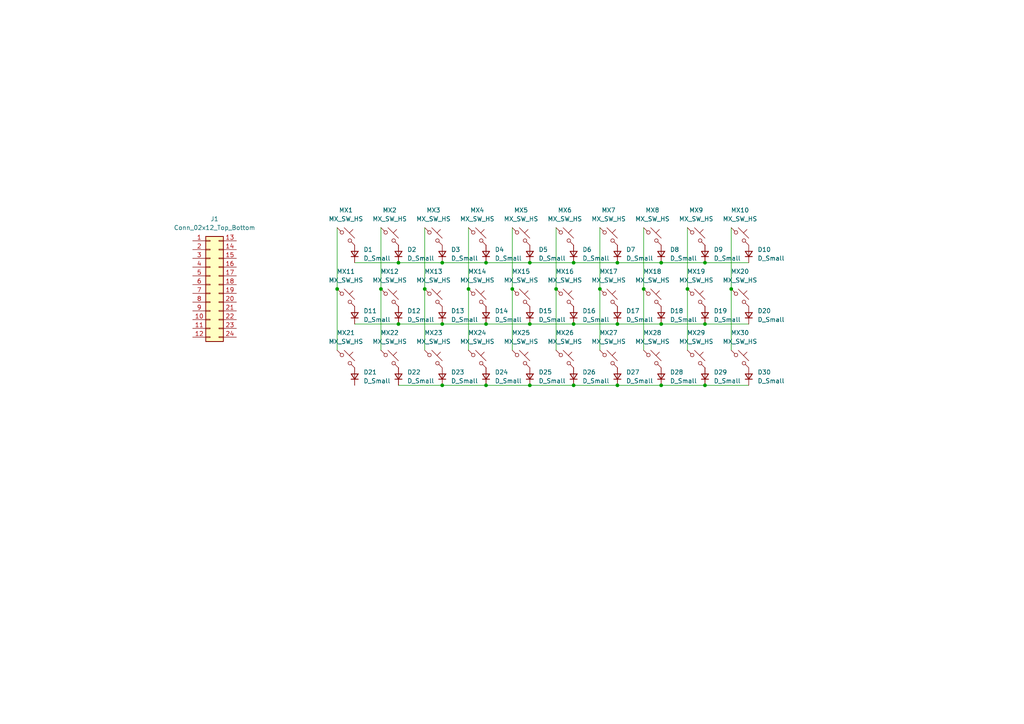
<source format=kicad_sch>
(kicad_sch (version 20250114) (generator "eeschema") (generator_version "9.0")
  (paper "A4")
  (lib_symbols
    (symbol "Connector_Generic:Conn_02x12_Top_Bottom" (pin_names (offset 1.016) (hide yes))
      (property "Reference" "J" (at 1.27 15.24 0))
      (property "Value" "Conn_02x12_Top_Bottom" (at 1.27 -17.78 0))
      (symbol "Conn_02x12_Top_Bottom_1_1"
        (rectangle (start -1.27 13.97) (end 3.81 -16.51) (stroke (width 0.254)) (fill (type background)))
        (rectangle (start -1.27 12.827) (end 0 12.573) (stroke (width 0.1524)))
        (rectangle (start -1.27 10.287) (end 0 10.033) (stroke (width 0.1524)))
        (rectangle (start -1.27 7.747) (end 0 7.493) (stroke (width 0.1524)))
        (rectangle (start -1.27 5.207) (end 0 4.953) (stroke (width 0.1524)))
        (rectangle (start -1.27 2.667) (end 0 2.413) (stroke (width 0.1524)))
        (rectangle (start -1.27 0.127) (end 0 -0.127) (stroke (width 0.1524)))
        (rectangle (start -1.27 -2.413) (end 0 -2.667) (stroke (width 0.1524)))
        (rectangle (start -1.27 -4.953) (end 0 -5.207) (stroke (width 0.1524)))
        (rectangle (start -1.27 -7.493) (end 0 -7.747) (stroke (width 0.1524)))
        (rectangle (start -1.27 -10.033) (end 0 -10.287) (stroke (width 0.1524)))
        (rectangle (start -1.27 -12.573) (end 0 -12.827) (stroke (width 0.1524)))
        (rectangle (start -1.27 -15.113) (end 0 -15.367) (stroke (width 0.1524)))
        (rectangle (start 3.81 12.827) (end 2.54 12.573) (stroke (width 0.1524)))
        (rectangle (start 3.81 10.287) (end 2.54 10.033) (stroke (width 0.1524)))
        (rectangle (start 3.81 7.747) (end 2.54 7.493) (stroke (width 0.1524)))
        (rectangle (start 3.81 5.207) (end 2.54 4.953) (stroke (width 0.1524)))
        (rectangle (start 3.81 2.667) (end 2.54 2.413) (stroke (width 0.1524)))
        (rectangle (start 3.81 0.127) (end 2.54 -0.127) (stroke (width 0.1524)))
        (rectangle (start 3.81 -2.413) (end 2.54 -2.667) (stroke (width 0.1524)))
        (rectangle (start 3.81 -4.953) (end 2.54 -5.207) (stroke (width 0.1524)))
        (rectangle (start 3.81 -7.493) (end 2.54 -7.747) (stroke (width 0.1524)))
        (rectangle (start 3.81 -10.033) (end 2.54 -10.287) (stroke (width 0.1524)))
        (rectangle (start 3.81 -12.573) (end 2.54 -12.827) (stroke (width 0.1524)))
        (rectangle (start 3.81 -15.113) (end 2.54 -15.367) (stroke (width 0.1524)))
        (pin passive line (at -5.08 12.7 0) (length 3.81) (name "Pin_1") (number "1"))
        (pin passive line (at -5.08 10.16 0) (length 3.81) (name "Pin_2") (number "2"))
        (pin passive line (at -5.08 7.62 0) (length 3.81) (name "Pin_3") (number "3"))
        (pin passive line (at -5.08 5.08 0) (length 3.81) (name "Pin_4") (number "4"))
        (pin passive line (at -5.08 2.54 0) (length 3.81) (name "Pin_5") (number "5"))
        (pin passive line (at -5.08 0 0) (length 3.81) (name "Pin_6") (number "6"))
        (pin passive line (at -5.08 -2.54 0) (length 3.81) (name "Pin_7") (number "7"))
        (pin passive line (at -5.08 -5.08 0) (length 3.81) (name "Pin_8") (number "8"))
        (pin passive line (at -5.08 -7.62 0) (length 3.81) (name "Pin_9") (number "9"))
        (pin passive line (at -5.08 -10.16 0) (length 3.81) (name "Pin_10") (number "10"))
        (pin passive line (at -5.08 -12.7 0) (length 3.81) (name "Pin_11") (number "11"))
        (pin passive line (at -5.08 -15.24 0) (length 3.81) (name "Pin_12") (number "12"))
        (pin passive line (at 7.62 12.7 180) (length 3.81) (name "Pin_13") (number "13"))
        (pin passive line (at 7.62 10.16 180) (length 3.81) (name "Pin_14") (number "14"))
        (pin passive line (at 7.62 7.62 180) (length 3.81) (name "Pin_15") (number "15"))
        (pin passive line (at 7.62 5.08 180) (length 3.81) (name "Pin_16") (number "16"))
        (pin passive line (at 7.62 2.54 180) (length 3.81) (name "Pin_17") (number "17"))
        (pin passive line (at 7.62 0 180) (length 3.81) (name "Pin_18") (number "18"))
        (pin passive line (at 7.62 -2.54 180) (length 3.81) (name "Pin_19") (number "19"))
        (pin passive line (at 7.62 -5.08 180) (length 3.81) (name "Pin_20") (number "20"))
        (pin passive line (at 7.62 -7.62 180) (length 3.81) (name "Pin_21") (number "21"))
        (pin passive line (at 7.62 -10.16 180) (length 3.81) (name "Pin_22") (number "22"))
        (pin passive line (at 7.62 -12.7 180) (length 3.81) (name "Pin_23") (number "23"))
        (pin passive line (at 7.62 -15.24 180) (length 3.81) (name "Pin_24") (number "24"))
      )
    )
    (symbol "Device:D_Small" (pin_numbers (hide yes)) (pin_names (offset 0.254) (hide yes))
      (property "Reference" "D" (at -1.27 2.032 0))
      (property "Value" "D_Small" (at -3.81 -2.032 0))
      (symbol "D_Small_0_1"
        (polyline (pts (xy -0.762 0) (xy 0.762 0)))
        (polyline (pts (xy -0.762 -1.016) (xy -0.762 1.016)) (stroke (width 0.254)))
        (polyline (pts (xy 0.762 -1.016) (xy -0.762 0) (xy 0.762 1.016) (xy 0.762 -1.016)) (stroke (width 0.254)))
      )
      (symbol "D_Small_1_1"
        (pin passive line (at -2.54 0 0) (length 1.778) (name "K") (number "1"))
        (pin passive line (at 2.54 0 180) (length 1.778) (name "A") (number "2"))
      )
    )
    (symbol "PCM_marbastlib-mx:MX_SW_HS_CPG151101S11" (pin_numbers (hide yes)) (pin_names (offset 1.016) (hide yes))
      (property "Reference" "MX" (at 3.048 1.016 0))
      (property "Value" "MX_SW_HS" (at 0 -3.81 0))
      (symbol "MX_SW_HS_CPG151101S11_0_1"
        (polyline (pts (xy -2.54 2.54) (xy -1.524 1.524) (xy -1.524 1.524)))
        (circle (center -1.1684 1.1684) (radius 0.508))
        (polyline (pts (xy -0.508 2.54) (xy 2.54 -0.508)))
        (polyline (pts (xy 1.016 1.016) (xy 2.032 2.032)))
        (circle (center 1.143 -1.1938) (radius 0.508))
        (polyline (pts (xy 1.524 -1.524) (xy 2.54 -2.54) (xy 2.54 -2.54) (xy 2.54 -2.54)))
        (pin passive line (at -2.54 2.54 0) (length 0) (name "1") (number "1"))
        (pin passive line (at 2.54 -2.54 180) (length 0) (name "2") (number "2"))
      )
    )
  )
  (junction (at 179.07 76.2))
  (junction (at 204.47 111.76))
  (junction (at 140.97 93.98))
  (junction (at 128.27 111.76))
  (junction (at 153.67 76.2))
  (junction (at 186.69 83.82))
  (junction (at 110.49 83.82))
  (junction (at 166.37 93.98))
  (junction (at 153.67 111.76))
  (junction (at 115.57 93.98))
  (junction (at 191.77 111.76))
  (junction (at 140.97 76.2))
  (junction (at 204.47 93.98))
  (junction (at 179.07 93.98))
  (junction (at 153.67 93.98))
  (junction (at 166.37 111.76))
  (junction (at 115.57 76.2))
  (junction (at 212.09 83.82))
  (junction (at 128.27 93.98))
  (junction (at 97.79 83.82))
  (junction (at 128.27 76.2))
  (junction (at 191.77 76.2))
  (junction (at 161.29 83.82))
  (junction (at 173.99 83.82))
  (junction (at 123.19 83.82))
  (junction (at 166.37 76.2))
  (junction (at 191.77 93.98))
  (junction (at 199.39 83.82))
  (junction (at 148.59 83.82))
  (junction (at 135.89 83.82))
  (junction (at 204.47 76.2))
  (junction (at 179.07 111.76))
  (junction (at 140.97 111.76))
  (wire (pts (xy 166.37 76.2) (xy 179.07 76.2)))
  (wire (pts (xy 191.77 76.2) (xy 204.47 76.2)))
  (wire (pts (xy 204.47 93.98) (xy 217.17 93.98)))
  (wire (pts (xy 191.77 111.76) (xy 204.47 111.76)))
  (wire (pts (xy 123.19 66.04) (xy 123.19 83.82)))
  (wire (pts (xy 97.79 83.82) (xy 97.79 101.6)))
  (wire (pts (xy 115.57 76.2) (xy 128.27 76.2)))
  (wire (pts (xy 140.97 111.76) (xy 153.67 111.76)))
  (wire (pts (xy 102.87 93.98) (xy 115.57 93.98)))
  (wire (pts (xy 128.27 76.2) (xy 140.97 76.2)))
  (wire (pts (xy 110.49 66.04) (xy 110.49 83.82)))
  (wire (pts (xy 199.39 66.04) (xy 199.39 83.82)))
  (wire (pts (xy 110.49 83.82) (xy 110.49 101.6)))
  (wire (pts (xy 128.27 93.98) (xy 140.97 93.98)))
  (wire (pts (xy 212.09 66.04) (xy 212.09 83.82)))
  (wire (pts (xy 173.99 66.04) (xy 173.99 83.82)))
  (wire (pts (xy 191.77 93.98) (xy 204.47 93.98)))
  (wire (pts (xy 135.89 66.04) (xy 135.89 83.82)))
  (wire (pts (xy 140.97 76.2) (xy 153.67 76.2)))
  (wire (pts (xy 123.19 83.82) (xy 123.19 101.6)))
  (wire (pts (xy 204.47 111.76) (xy 217.17 111.76)))
  (wire (pts (xy 153.67 93.98) (xy 166.37 93.98)))
  (wire (pts (xy 179.07 111.76) (xy 191.77 111.76)))
  (wire (pts (xy 179.07 93.98) (xy 191.77 93.98)))
  (wire (pts (xy 102.87 76.2) (xy 115.57 76.2)))
  (wire (pts (xy 166.37 111.76) (xy 179.07 111.76)))
  (wire (pts (xy 153.67 111.76) (xy 166.37 111.76)))
  (wire (pts (xy 97.79 66.04) (xy 97.79 83.82)))
  (wire (pts (xy 148.59 83.82) (xy 148.59 101.6)))
  (wire (pts (xy 179.07 76.2) (xy 191.77 76.2)))
  (wire (pts (xy 199.39 83.82) (xy 199.39 101.6)))
  (wire (pts (xy 161.29 83.82) (xy 161.29 101.6)))
  (wire (pts (xy 115.57 93.98) (xy 128.27 93.98)))
  (wire (pts (xy 148.59 66.04) (xy 148.59 83.82)))
  (wire (pts (xy 153.67 76.2) (xy 166.37 76.2)))
  (wire (pts (xy 204.47 76.2) (xy 217.17 76.2)))
  (wire (pts (xy 161.29 66.04) (xy 161.29 83.82)))
  (wire (pts (xy 186.69 83.82) (xy 186.69 101.6)))
  (wire (pts (xy 166.37 93.98) (xy 179.07 93.98)))
  (wire (pts (xy 186.69 66.04) (xy 186.69 83.82)))
  (wire (pts (xy 128.27 111.76) (xy 140.97 111.76)))
  (wire (pts (xy 140.97 93.98) (xy 153.67 93.98)))
  (wire (pts (xy 212.09 83.82) (xy 212.09 101.6)))
  (wire (pts (xy 173.99 83.82) (xy 173.99 101.6)))
  (wire (pts (xy 115.57 111.76) (xy 128.27 111.76)))
  (wire (pts (xy 135.89 83.82) (xy 135.89 101.6)))
  (symbol (lib_id "PCM_marbastlib-mx:MX_SW_HS_CPG151101S11") (at 214.63 68.58 0) (unit 1)
    (property "Reference" "MX10" (at 214.63 60.96 0))
    (property "Value" "MX_SW_HS" (at 214.63 63.5 0))
    (property "Footprint" "PCM_marbastlib-mx:SW_MX_HS_CPG151101S11_1u" (effects (hide yes)))
    (property "Description" "Push button switch, normally open, two pins, 45° tilted, Kailh CPG151101S11 for Cherry MX style switches" (effects (hide yes)))
  )
  (symbol (lib_id "Device:D_Small") (at 102.87 109.22 90) (unit 1)
    (property "Reference" "D21" (at 105.41 107.9499 90) (effects (justify right)))
    (property "Value" "D_Small" (at 105.41 110.4899 90) (effects (justify right)))
    (property "Footprint" "Diode_SMD:D_SOD-123" (effects (hide yes)))
    (property "Description" "Diode, small symbol" (effects (hide yes)))
    (property "Sim.Device" "D" (effects (hide yes)))
    (property "Sim.Pins" "1=K 2=A" (effects (hide yes)))
  )
  (symbol (lib_id "PCM_marbastlib-mx:MX_SW_HS_CPG151101S11") (at 125.73 68.58 0) (unit 1)
    (property "Reference" "MX3" (at 125.73 60.96 0))
    (property "Value" "MX_SW_HS" (at 125.73 63.5 0))
    (property "Footprint" "PCM_marbastlib-mx:SW_MX_HS_CPG151101S11_1u" (effects (hide yes)))
    (property "Description" "Push button switch, normally open, two pins, 45° tilted, Kailh CPG151101S11 for Cherry MX style switches" (effects (hide yes)))
  )
  (symbol (lib_id "PCM_marbastlib-mx:MX_SW_HS_CPG151101S11") (at 138.43 104.14 0) (unit 1)
    (property "Reference" "MX24" (at 138.43 96.52 0))
    (property "Value" "MX_SW_HS" (at 138.43 99.06 0))
    (property "Footprint" "PCM_marbastlib-mx:SW_MX_HS_CPG151101S11_1u" (effects (hide yes)))
    (property "Description" "Push button switch, normally open, two pins, 45° tilted, Kailh CPG151101S11 for Cherry MX style switches" (effects (hide yes)))
  )
  (symbol (lib_id "Connector_Generic:Conn_02x12_Top_Bottom") (at 60.96 82.55 0) (unit 1)
    (property "Reference" "J1" (at 62.23 63.5 0))
    (property "Value" "Conn_02x12_Top_Bottom" (at 62.23 66.04 0))
    (property "Footprint" "PCM_marbastlib-xp-promicroish:Elite-C_CH" (effects (hide yes)))
    (property "Description" "Generic connector, double row, 02x12, top/bottom pin numbering scheme (row 1: 1...pins_per_row, row2: pins_per_row+1 ... num_pins), script generated (kicad-library-utils/schlib/autogen/connector/)" (effects (hide yes)))
  )
  (symbol (lib_id "Device:D_Small") (at 128.27 91.44 90) (unit 1)
    (property "Reference" "D13" (at 130.81 90.1699 90) (effects (justify right)))
    (property "Value" "D_Small" (at 130.81 92.7099 90) (effects (justify right)))
    (property "Footprint" "Diode_SMD:D_SOD-123" (effects (hide yes)))
    (property "Description" "Diode, small symbol" (effects (hide yes)))
    (property "Sim.Device" "D" (effects (hide yes)))
    (property "Sim.Pins" "1=K 2=A" (effects (hide yes)))
  )
  (symbol (lib_id "PCM_marbastlib-mx:MX_SW_HS_CPG151101S11") (at 151.13 104.14 0) (unit 1)
    (property "Reference" "MX25" (at 151.13 96.52 0))
    (property "Value" "MX_SW_HS" (at 151.13 99.06 0))
    (property "Footprint" "PCM_marbastlib-mx:SW_MX_HS_CPG151101S11_1u" (effects (hide yes)))
    (property "Description" "Push button switch, normally open, two pins, 45° tilted, Kailh CPG151101S11 for Cherry MX style switches" (effects (hide yes)))
  )
  (symbol (lib_id "Device:D_Small") (at 128.27 73.66 90) (unit 1)
    (property "Reference" "D3" (at 130.81 72.3899 90) (effects (justify right)))
    (property "Value" "D_Small" (at 130.81 74.9299 90) (effects (justify right)))
    (property "Footprint" "Diode_SMD:D_SOD-123" (effects (hide yes)))
    (property "Description" "Diode, small symbol" (effects (hide yes)))
    (property "Sim.Device" "D" (effects (hide yes)))
    (property "Sim.Pins" "1=K 2=A" (effects (hide yes)))
  )
  (symbol (lib_id "PCM_marbastlib-mx:MX_SW_HS_CPG151101S11") (at 176.53 86.36 0) (unit 1)
    (property "Reference" "MX17" (at 176.53 78.74 0))
    (property "Value" "MX_SW_HS" (at 176.53 81.28 0))
    (property "Footprint" "PCM_marbastlib-mx:SW_MX_HS_CPG151101S11_1u" (effects (hide yes)))
    (property "Description" "Push button switch, normally open, two pins, 45° tilted, Kailh CPG151101S11 for Cherry MX style switches" (effects (hide yes)))
  )
  (symbol (lib_id "Device:D_Small") (at 140.97 73.66 90) (unit 1)
    (property "Reference" "D4" (at 143.51 72.3899 90) (effects (justify right)))
    (property "Value" "D_Small" (at 143.51 74.9299 90) (effects (justify right)))
    (property "Footprint" "Diode_SMD:D_SOD-123" (effects (hide yes)))
    (property "Description" "Diode, small symbol" (effects (hide yes)))
    (property "Sim.Device" "D" (effects (hide yes)))
    (property "Sim.Pins" "1=K 2=A" (effects (hide yes)))
  )
  (symbol (lib_id "Device:D_Small") (at 191.77 109.22 90) (unit 1)
    (property "Reference" "D28" (at 194.31 107.9499 90) (effects (justify right)))
    (property "Value" "D_Small" (at 194.31 110.4899 90) (effects (justify right)))
    (property "Footprint" "Diode_SMD:D_SOD-123" (effects (hide yes)))
    (property "Description" "Diode, small symbol" (effects (hide yes)))
    (property "Sim.Device" "D" (effects (hide yes)))
    (property "Sim.Pins" "1=K 2=A" (effects (hide yes)))
  )
  (symbol (lib_id "Device:D_Small") (at 102.87 73.66 90) (unit 1)
    (property "Reference" "D1" (at 105.41 72.3899 90) (effects (justify right)))
    (property "Value" "D_Small" (at 105.41 74.9299 90) (effects (justify right)))
    (property "Footprint" "Diode_SMD:D_SOD-123" (effects (hide yes)))
    (property "Description" "Diode, small symbol" (effects (hide yes)))
    (property "Sim.Device" "D" (effects (hide yes)))
    (property "Sim.Pins" "1=K 2=A" (effects (hide yes)))
  )
  (symbol (lib_id "PCM_marbastlib-mx:MX_SW_HS_CPG151101S11") (at 201.93 86.36 0) (unit 1)
    (property "Reference" "MX19" (at 201.93 78.74 0))
    (property "Value" "MX_SW_HS" (at 201.93 81.28 0))
    (property "Footprint" "PCM_marbastlib-mx:SW_MX_HS_CPG151101S11_1u" (effects (hide yes)))
    (property "Description" "Push button switch, normally open, two pins, 45° tilted, Kailh CPG151101S11 for Cherry MX style switches" (effects (hide yes)))
  )
  (symbol (lib_id "Device:D_Small") (at 204.47 73.66 90) (unit 1)
    (property "Reference" "D9" (at 207.01 72.3899 90) (effects (justify right)))
    (property "Value" "D_Small" (at 207.01 74.9299 90) (effects (justify right)))
    (property "Footprint" "Diode_SMD:D_SOD-123" (effects (hide yes)))
    (property "Description" "Diode, small symbol" (effects (hide yes)))
    (property "Sim.Device" "D" (effects (hide yes)))
    (property "Sim.Pins" "1=K 2=A" (effects (hide yes)))
  )
  (symbol (lib_id "Device:D_Small") (at 115.57 109.22 90) (unit 1)
    (property "Reference" "D22" (at 118.11 107.9499 90) (effects (justify right)))
    (property "Value" "D_Small" (at 118.11 110.4899 90) (effects (justify right)))
    (property "Footprint" "Diode_SMD:D_SOD-123" (effects (hide yes)))
    (property "Description" "Diode, small symbol" (effects (hide yes)))
    (property "Sim.Device" "D" (effects (hide yes)))
    (property "Sim.Pins" "1=K 2=A" (effects (hide yes)))
  )
  (symbol (lib_id "Device:D_Small") (at 179.07 109.22 90) (unit 1)
    (property "Reference" "D27" (at 181.61 107.9499 90) (effects (justify right)))
    (property "Value" "D_Small" (at 181.61 110.4899 90) (effects (justify right)))
    (property "Footprint" "Diode_SMD:D_SOD-123" (effects (hide yes)))
    (property "Description" "Diode, small symbol" (effects (hide yes)))
    (property "Sim.Device" "D" (effects (hide yes)))
    (property "Sim.Pins" "1=K 2=A" (effects (hide yes)))
  )
  (symbol (lib_id "Device:D_Small") (at 204.47 109.22 90) (unit 1)
    (property "Reference" "D29" (at 207.01 107.9499 90) (effects (justify right)))
    (property "Value" "D_Small" (at 207.01 110.4899 90) (effects (justify right)))
    (property "Footprint" "Diode_SMD:D_SOD-123" (effects (hide yes)))
    (property "Description" "Diode, small symbol" (effects (hide yes)))
    (property "Sim.Device" "D" (effects (hide yes)))
    (property "Sim.Pins" "1=K 2=A" (effects (hide yes)))
  )
  (symbol (lib_id "PCM_marbastlib-mx:MX_SW_HS_CPG151101S11") (at 176.53 68.58 0) (unit 1)
    (property "Reference" "MX7" (at 176.53 60.96 0))
    (property "Value" "MX_SW_HS" (at 176.53 63.5 0))
    (property "Footprint" "PCM_marbastlib-mx:SW_MX_HS_CPG151101S11_1u" (effects (hide yes)))
    (property "Description" "Push button switch, normally open, two pins, 45° tilted, Kailh CPG151101S11 for Cherry MX style switches" (effects (hide yes)))
  )
  (symbol (lib_id "PCM_marbastlib-mx:MX_SW_HS_CPG151101S11") (at 163.83 86.36 0) (unit 1)
    (property "Reference" "MX16" (at 163.83 78.74 0))
    (property "Value" "MX_SW_HS" (at 163.83 81.28 0))
    (property "Footprint" "PCM_marbastlib-mx:SW_MX_HS_CPG151101S11_1u" (effects (hide yes)))
    (property "Description" "Push button switch, normally open, two pins, 45° tilted, Kailh CPG151101S11 for Cherry MX style switches" (effects (hide yes)))
  )
  (symbol (lib_id "PCM_marbastlib-mx:MX_SW_HS_CPG151101S11") (at 189.23 68.58 0) (unit 1)
    (property "Reference" "MX8" (at 189.23 60.96 0))
    (property "Value" "MX_SW_HS" (at 189.23 63.5 0))
    (property "Footprint" "PCM_marbastlib-mx:SW_MX_HS_CPG151101S11_1u" (effects (hide yes)))
    (property "Description" "Push button switch, normally open, two pins, 45° tilted, Kailh CPG151101S11 for Cherry MX style switches" (effects (hide yes)))
  )
  (symbol (lib_id "Device:D_Small") (at 115.57 73.66 90) (unit 1)
    (property "Reference" "D2" (at 118.11 72.3899 90) (effects (justify right)))
    (property "Value" "D_Small" (at 118.11 74.9299 90) (effects (justify right)))
    (property "Footprint" "Diode_SMD:D_SOD-123" (effects (hide yes)))
    (property "Description" "Diode, small symbol" (effects (hide yes)))
    (property "Sim.Device" "D" (effects (hide yes)))
    (property "Sim.Pins" "1=K 2=A" (effects (hide yes)))
  )
  (symbol (lib_id "Device:D_Small") (at 191.77 73.66 90) (unit 1)
    (property "Reference" "D8" (at 194.31 72.3899 90) (effects (justify right)))
    (property "Value" "D_Small" (at 194.31 74.9299 90) (effects (justify right)))
    (property "Footprint" "Diode_SMD:D_SOD-123" (effects (hide yes)))
    (property "Description" "Diode, small symbol" (effects (hide yes)))
    (property "Sim.Device" "D" (effects (hide yes)))
    (property "Sim.Pins" "1=K 2=A" (effects (hide yes)))
  )
  (symbol (lib_id "PCM_marbastlib-mx:MX_SW_HS_CPG151101S11") (at 189.23 104.14 0) (unit 1)
    (property "Reference" "MX28" (at 189.23 96.52 0))
    (property "Value" "MX_SW_HS" (at 189.23 99.06 0))
    (property "Footprint" "PCM_marbastlib-mx:SW_MX_HS_CPG151101S11_1u" (effects (hide yes)))
    (property "Description" "Push button switch, normally open, two pins, 45° tilted, Kailh CPG151101S11 for Cherry MX style switches" (effects (hide yes)))
  )
  (symbol (lib_id "PCM_marbastlib-mx:MX_SW_HS_CPG151101S11") (at 151.13 68.58 0) (unit 1)
    (property "Reference" "MX5" (at 151.13 60.96 0))
    (property "Value" "MX_SW_HS" (at 151.13 63.5 0))
    (property "Footprint" "PCM_marbastlib-mx:SW_MX_HS_CPG151101S11_1u" (effects (hide yes)))
    (property "Description" "Push button switch, normally open, two pins, 45° tilted, Kailh CPG151101S11 for Cherry MX style switches" (effects (hide yes)))
  )
  (symbol (lib_id "Device:D_Small") (at 140.97 109.22 90) (unit 1)
    (property "Reference" "D24" (at 143.51 107.9499 90) (effects (justify right)))
    (property "Value" "D_Small" (at 143.51 110.4899 90) (effects (justify right)))
    (property "Footprint" "Diode_SMD:D_SOD-123" (effects (hide yes)))
    (property "Description" "Diode, small symbol" (effects (hide yes)))
    (property "Sim.Device" "D" (effects (hide yes)))
    (property "Sim.Pins" "1=K 2=A" (effects (hide yes)))
  )
  (symbol (lib_id "Device:D_Small") (at 217.17 73.66 90) (unit 1)
    (property "Reference" "D10" (at 219.71 72.3899 90) (effects (justify right)))
    (property "Value" "D_Small" (at 219.71 74.9299 90) (effects (justify right)))
    (property "Footprint" "Diode_SMD:D_SOD-123" (effects (hide yes)))
    (property "Description" "Diode, small symbol" (effects (hide yes)))
    (property "Sim.Device" "D" (effects (hide yes)))
    (property "Sim.Pins" "1=K 2=A" (effects (hide yes)))
  )
  (symbol (lib_id "PCM_marbastlib-mx:MX_SW_HS_CPG151101S11") (at 151.13 86.36 0) (unit 1)
    (property "Reference" "MX15" (at 151.13 78.74 0))
    (property "Value" "MX_SW_HS" (at 151.13 81.28 0))
    (property "Footprint" "PCM_marbastlib-mx:SW_MX_HS_CPG151101S11_1u" (effects (hide yes)))
    (property "Description" "Push button switch, normally open, two pins, 45° tilted, Kailh CPG151101S11 for Cherry MX style switches" (effects (hide yes)))
  )
  (symbol (lib_id "Device:D_Small") (at 217.17 91.44 90) (unit 1)
    (property "Reference" "D20" (at 219.71 90.1699 90) (effects (justify right)))
    (property "Value" "D_Small" (at 219.71 92.7099 90) (effects (justify right)))
    (property "Footprint" "Diode_SMD:D_SOD-123" (effects (hide yes)))
    (property "Description" "Diode, small symbol" (effects (hide yes)))
    (property "Sim.Device" "D" (effects (hide yes)))
    (property "Sim.Pins" "1=K 2=A" (effects (hide yes)))
  )
  (symbol (lib_id "PCM_marbastlib-mx:MX_SW_HS_CPG151101S11") (at 100.33 68.58 0) (unit 1)
    (property "Reference" "MX1" (at 100.33 60.96 0))
    (property "Value" "MX_SW_HS" (at 100.33 63.5 0))
    (property "Footprint" "PCM_marbastlib-mx:SW_MX_HS_CPG151101S11_1u" (effects (hide yes)))
    (property "Description" "Push button switch, normally open, two pins, 45° tilted, Kailh CPG151101S11 for Cherry MX style switches" (effects (hide yes)))
  )
  (symbol (lib_id "Device:D_Small") (at 153.67 91.44 90) (unit 1)
    (property "Reference" "D15" (at 156.21 90.1699 90) (effects (justify right)))
    (property "Value" "D_Small" (at 156.21 92.7099 90) (effects (justify right)))
    (property "Footprint" "Diode_SMD:D_SOD-123" (effects (hide yes)))
    (property "Description" "Diode, small symbol" (effects (hide yes)))
    (property "Sim.Device" "D" (effects (hide yes)))
    (property "Sim.Pins" "1=K 2=A" (effects (hide yes)))
  )
  (symbol (lib_id "Device:D_Small") (at 217.17 109.22 90) (unit 1)
    (property "Reference" "D30" (at 219.71 107.9499 90) (effects (justify right)))
    (property "Value" "D_Small" (at 219.71 110.4899 90) (effects (justify right)))
    (property "Footprint" "Diode_SMD:D_SOD-123" (effects (hide yes)))
    (property "Description" "Diode, small symbol" (effects (hide yes)))
    (property "Sim.Device" "D" (effects (hide yes)))
    (property "Sim.Pins" "1=K 2=A" (effects (hide yes)))
  )
  (symbol (lib_id "PCM_marbastlib-mx:MX_SW_HS_CPG151101S11") (at 113.03 86.36 0) (unit 1)
    (property "Reference" "MX12" (at 113.03 78.74 0))
    (property "Value" "MX_SW_HS" (at 113.03 81.28 0))
    (property "Footprint" "PCM_marbastlib-mx:SW_MX_HS_CPG151101S11_1u" (effects (hide yes)))
    (property "Description" "Push button switch, normally open, two pins, 45° tilted, Kailh CPG151101S11 for Cherry MX style switches" (effects (hide yes)))
  )
  (symbol (lib_id "PCM_marbastlib-mx:MX_SW_HS_CPG151101S11") (at 138.43 68.58 0) (unit 1)
    (property "Reference" "MX4" (at 138.43 60.96 0))
    (property "Value" "MX_SW_HS" (at 138.43 63.5 0))
    (property "Footprint" "PCM_marbastlib-mx:SW_MX_HS_CPG151101S11_1u" (effects (hide yes)))
    (property "Description" "Push button switch, normally open, two pins, 45° tilted, Kailh CPG151101S11 for Cherry MX style switches" (effects (hide yes)))
  )
  (symbol (lib_id "Device:D_Small") (at 153.67 73.66 90) (unit 1)
    (property "Reference" "D5" (at 156.21 72.3899 90) (effects (justify right)))
    (property "Value" "D_Small" (at 156.21 74.9299 90) (effects (justify right)))
    (property "Footprint" "Diode_SMD:D_SOD-123" (effects (hide yes)))
    (property "Description" "Diode, small symbol" (effects (hide yes)))
    (property "Sim.Device" "D" (effects (hide yes)))
    (property "Sim.Pins" "1=K 2=A" (effects (hide yes)))
  )
  (symbol (lib_id "Device:D_Small") (at 153.67 109.22 90) (unit 1)
    (property "Reference" "D25" (at 156.21 107.9499 90) (effects (justify right)))
    (property "Value" "D_Small" (at 156.21 110.4899 90) (effects (justify right)))
    (property "Footprint" "Diode_SMD:D_SOD-123" (effects (hide yes)))
    (property "Description" "Diode, small symbol" (effects (hide yes)))
    (property "Sim.Device" "D" (effects (hide yes)))
    (property "Sim.Pins" "1=K 2=A" (effects (hide yes)))
  )
  (symbol (lib_id "Device:D_Small") (at 140.97 91.44 90) (unit 1)
    (property "Reference" "D14" (at 143.51 90.1699 90) (effects (justify right)))
    (property "Value" "D_Small" (at 143.51 92.7099 90) (effects (justify right)))
    (property "Footprint" "Diode_SMD:D_SOD-123" (effects (hide yes)))
    (property "Description" "Diode, small symbol" (effects (hide yes)))
    (property "Sim.Device" "D" (effects (hide yes)))
    (property "Sim.Pins" "1=K 2=A" (effects (hide yes)))
  )
  (symbol (lib_id "PCM_marbastlib-mx:MX_SW_HS_CPG151101S11") (at 176.53 104.14 0) (unit 1)
    (property "Reference" "MX27" (at 176.53 96.52 0))
    (property "Value" "MX_SW_HS" (at 176.53 99.06 0))
    (property "Footprint" "PCM_marbastlib-mx:SW_MX_HS_CPG151101S11_1u" (effects (hide yes)))
    (property "Description" "Push button switch, normally open, two pins, 45° tilted, Kailh CPG151101S11 for Cherry MX style switches" (effects (hide yes)))
  )
  (symbol (lib_id "Device:D_Small") (at 128.27 109.22 90) (unit 1)
    (property "Reference" "D23" (at 130.81 107.9499 90) (effects (justify right)))
    (property "Value" "D_Small" (at 130.81 110.4899 90) (effects (justify right)))
    (property "Footprint" "Diode_SMD:D_SOD-123" (effects (hide yes)))
    (property "Description" "Diode, small symbol" (effects (hide yes)))
    (property "Sim.Device" "D" (effects (hide yes)))
    (property "Sim.Pins" "1=K 2=A" (effects (hide yes)))
  )
  (symbol (lib_id "PCM_marbastlib-mx:MX_SW_HS_CPG151101S11") (at 214.63 104.14 0) (unit 1)
    (property "Reference" "MX30" (at 214.63 96.52 0))
    (property "Value" "MX_SW_HS" (at 214.63 99.06 0))
    (property "Footprint" "PCM_marbastlib-mx:SW_MX_HS_CPG151101S11_1u" (effects (hide yes)))
    (property "Description" "Push button switch, normally open, two pins, 45° tilted, Kailh CPG151101S11 for Cherry MX style switches" (effects (hide yes)))
  )
  (symbol (lib_id "Device:D_Small") (at 204.47 91.44 90) (unit 1)
    (property "Reference" "D19" (at 207.01 90.1699 90) (effects (justify right)))
    (property "Value" "D_Small" (at 207.01 92.7099 90) (effects (justify right)))
    (property "Footprint" "Diode_SMD:D_SOD-123" (effects (hide yes)))
    (property "Description" "Diode, small symbol" (effects (hide yes)))
    (property "Sim.Device" "D" (effects (hide yes)))
    (property "Sim.Pins" "1=K 2=A" (effects (hide yes)))
  )
  (symbol (lib_id "Device:D_Small") (at 102.87 91.44 90) (unit 1)
    (property "Reference" "D11" (at 105.41 90.1699 90) (effects (justify right)))
    (property "Value" "D_Small" (at 105.41 92.7099 90) (effects (justify right)))
    (property "Footprint" "Diode_SMD:D_SOD-123" (effects (hide yes)))
    (property "Description" "Diode, small symbol" (effects (hide yes)))
    (property "Sim.Device" "D" (effects (hide yes)))
    (property "Sim.Pins" "1=K 2=A" (effects (hide yes)))
  )
  (symbol (lib_id "PCM_marbastlib-mx:MX_SW_HS_CPG151101S11") (at 125.73 104.14 0) (unit 1)
    (property "Reference" "MX23" (at 125.73 96.52 0))
    (property "Value" "MX_SW_HS" (at 125.73 99.06 0))
    (property "Footprint" "PCM_marbastlib-mx:SW_MX_HS_CPG151101S11_1u" (effects (hide yes)))
    (property "Description" "Push button switch, normally open, two pins, 45° tilted, Kailh CPG151101S11 for Cherry MX style switches" (effects (hide yes)))
  )
  (symbol (lib_id "Device:D_Small") (at 115.57 91.44 90) (unit 1)
    (property "Reference" "D12" (at 118.11 90.1699 90) (effects (justify right)))
    (property "Value" "D_Small" (at 118.11 92.7099 90) (effects (justify right)))
    (property "Footprint" "Diode_SMD:D_SOD-123" (effects (hide yes)))
    (property "Description" "Diode, small symbol" (effects (hide yes)))
    (property "Sim.Device" "D" (effects (hide yes)))
    (property "Sim.Pins" "1=K 2=A" (effects (hide yes)))
  )
  (symbol (lib_id "PCM_marbastlib-mx:MX_SW_HS_CPG151101S11") (at 201.93 68.58 0) (unit 1)
    (property "Reference" "MX9" (at 201.93 60.96 0))
    (property "Value" "MX_SW_HS" (at 201.93 63.5 0))
    (property "Footprint" "PCM_marbastlib-mx:SW_MX_HS_CPG151101S11_1u" (effects (hide yes)))
    (property "Description" "Push button switch, normally open, two pins, 45° tilted, Kailh CPG151101S11 for Cherry MX style switches" (effects (hide yes)))
  )
  (symbol (lib_id "Device:D_Small") (at 166.37 91.44 90) (unit 1)
    (property "Reference" "D16" (at 168.91 90.1699 90) (effects (justify right)))
    (property "Value" "D_Small" (at 168.91 92.7099 90) (effects (justify right)))
    (property "Footprint" "Diode_SMD:D_SOD-123" (effects (hide yes)))
    (property "Description" "Diode, small symbol" (effects (hide yes)))
    (property "Sim.Device" "D" (effects (hide yes)))
    (property "Sim.Pins" "1=K 2=A" (effects (hide yes)))
  )
  (symbol (lib_id "PCM_marbastlib-mx:MX_SW_HS_CPG151101S11") (at 201.93 104.14 0) (unit 1)
    (property "Reference" "MX29" (at 201.93 96.52 0))
    (property "Value" "MX_SW_HS" (at 201.93 99.06 0))
    (property "Footprint" "PCM_marbastlib-mx:SW_MX_HS_CPG151101S11_1u" (effects (hide yes)))
    (property "Description" "Push button switch, normally open, two pins, 45° tilted, Kailh CPG151101S11 for Cherry MX style switches" (effects (hide yes)))
  )
  (symbol (lib_id "PCM_marbastlib-mx:MX_SW_HS_CPG151101S11") (at 163.83 104.14 0) (unit 1)
    (property "Reference" "MX26" (at 163.83 96.52 0))
    (property "Value" "MX_SW_HS" (at 163.83 99.06 0))
    (property "Footprint" "PCM_marbastlib-mx:SW_MX_HS_CPG151101S11_1u" (effects (hide yes)))
    (property "Description" "Push button switch, normally open, two pins, 45° tilted, Kailh CPG151101S11 for Cherry MX style switches" (effects (hide yes)))
  )
  (symbol (lib_id "PCM_marbastlib-mx:MX_SW_HS_CPG151101S11") (at 100.33 104.14 0) (unit 1)
    (property "Reference" "MX21" (at 100.33 96.52 0))
    (property "Value" "MX_SW_HS" (at 100.33 99.06 0))
    (property "Footprint" "PCM_marbastlib-mx:SW_MX_HS_CPG151101S11_1u" (effects (hide yes)))
    (property "Description" "Push button switch, normally open, two pins, 45° tilted, Kailh CPG151101S11 for Cherry MX style switches" (effects (hide yes)))
  )
  (symbol (lib_id "PCM_marbastlib-mx:MX_SW_HS_CPG151101S11") (at 125.73 86.36 0) (unit 1)
    (property "Reference" "MX13" (at 125.73 78.74 0))
    (property "Value" "MX_SW_HS" (at 125.73 81.28 0))
    (property "Footprint" "PCM_marbastlib-mx:SW_MX_HS_CPG151101S11_1u" (effects (hide yes)))
    (property "Description" "Push button switch, normally open, two pins, 45° tilted, Kailh CPG151101S11 for Cherry MX style switches" (effects (hide yes)))
  )
  (symbol (lib_id "Device:D_Small") (at 179.07 73.66 90) (unit 1)
    (property "Reference" "D7" (at 181.61 72.3899 90) (effects (justify right)))
    (property "Value" "D_Small" (at 181.61 74.9299 90) (effects (justify right)))
    (property "Footprint" "Diode_SMD:D_SOD-123" (effects (hide yes)))
    (property "Description" "Diode, small symbol" (effects (hide yes)))
    (property "Sim.Device" "D" (effects (hide yes)))
    (property "Sim.Pins" "1=K 2=A" (effects (hide yes)))
  )
  (symbol (lib_id "PCM_marbastlib-mx:MX_SW_HS_CPG151101S11") (at 214.63 86.36 0) (unit 1)
    (property "Reference" "MX20" (at 214.63 78.74 0))
    (property "Value" "MX_SW_HS" (at 214.63 81.28 0))
    (property "Footprint" "PCM_marbastlib-mx:SW_MX_HS_CPG151101S11_1u" (effects (hide yes)))
    (property "Description" "Push button switch, normally open, two pins, 45° tilted, Kailh CPG151101S11 for Cherry MX style switches" (effects (hide yes)))
  )
  (symbol (lib_id "PCM_marbastlib-mx:MX_SW_HS_CPG151101S11") (at 113.03 68.58 0) (unit 1)
    (property "Reference" "MX2" (at 113.03 60.96 0))
    (property "Value" "MX_SW_HS" (at 113.03 63.5 0))
    (property "Footprint" "PCM_marbastlib-mx:SW_MX_HS_CPG151101S11_1u" (effects (hide yes)))
    (property "Description" "Push button switch, normally open, two pins, 45° tilted, Kailh CPG151101S11 for Cherry MX style switches" (effects (hide yes)))
  )
  (symbol (lib_id "PCM_marbastlib-mx:MX_SW_HS_CPG151101S11") (at 189.23 86.36 0) (unit 1)
    (property "Reference" "MX18" (at 189.23 78.74 0))
    (property "Value" "MX_SW_HS" (at 189.23 81.28 0))
    (property "Footprint" "PCM_marbastlib-mx:SW_MX_HS_CPG151101S11_1u" (effects (hide yes)))
    (property "Description" "Push button switch, normally open, two pins, 45° tilted, Kailh CPG151101S11 for Cherry MX style switches" (effects (hide yes)))
  )
  (symbol (lib_id "Device:D_Small") (at 179.07 91.44 90) (unit 1)
    (property "Reference" "D17" (at 181.61 90.1699 90) (effects (justify right)))
    (property "Value" "D_Small" (at 181.61 92.7099 90) (effects (justify right)))
    (property "Footprint" "Diode_SMD:D_SOD-123" (effects (hide yes)))
    (property "Description" "Diode, small symbol" (effects (hide yes)))
    (property "Sim.Device" "D" (effects (hide yes)))
    (property "Sim.Pins" "1=K 2=A" (effects (hide yes)))
  )
  (symbol (lib_id "PCM_marbastlib-mx:MX_SW_HS_CPG151101S11") (at 100.33 86.36 0) (unit 1)
    (property "Reference" "MX11" (at 100.33 78.74 0))
    (property "Value" "MX_SW_HS" (at 100.33 81.28 0))
    (property "Footprint" "PCM_marbastlib-mx:SW_MX_HS_CPG151101S11_1u" (effects (hide yes)))
    (property "Description" "Push button switch, normally open, two pins, 45° tilted, Kailh CPG151101S11 for Cherry MX style switches" (effects (hide yes)))
  )
  (symbol (lib_id "Device:D_Small") (at 191.77 91.44 90) (unit 1)
    (property "Reference" "D18" (at 194.31 90.1699 90) (effects (justify right)))
    (property "Value" "D_Small" (at 194.31 92.7099 90) (effects (justify right)))
    (property "Footprint" "Diode_SMD:D_SOD-123" (effects (hide yes)))
    (property "Description" "Diode, small symbol" (effects (hide yes)))
    (property "Sim.Device" "D" (effects (hide yes)))
    (property "Sim.Pins" "1=K 2=A" (effects (hide yes)))
  )
  (symbol (lib_id "PCM_marbastlib-mx:MX_SW_HS_CPG151101S11") (at 113.03 104.14 0) (unit 1)
    (property "Reference" "MX22" (at 113.03 96.52 0))
    (property "Value" "MX_SW_HS" (at 113.03 99.06 0))
    (property "Footprint" "PCM_marbastlib-mx:SW_MX_HS_CPG151101S11_1u" (effects (hide yes)))
    (property "Description" "Push button switch, normally open, two pins, 45° tilted, Kailh CPG151101S11 for Cherry MX style switches" (effects (hide yes)))
  )
  (symbol (lib_id "PCM_marbastlib-mx:MX_SW_HS_CPG151101S11") (at 163.83 68.58 0) (unit 1)
    (property "Reference" "MX6" (at 163.83 60.96 0))
    (property "Value" "MX_SW_HS" (at 163.83 63.5 0))
    (property "Footprint" "PCM_marbastlib-mx:SW_MX_HS_CPG151101S11_1u" (effects (hide yes)))
    (property "Description" "Push button switch, normally open, two pins, 45° tilted, Kailh CPG151101S11 for Cherry MX style switches" (effects (hide yes)))
  )
  (symbol (lib_id "PCM_marbastlib-mx:MX_SW_HS_CPG151101S11") (at 138.43 86.36 0) (unit 1)
    (property "Reference" "MX14" (at 138.43 78.74 0))
    (property "Value" "MX_SW_HS" (at 138.43 81.28 0))
    (property "Footprint" "PCM_marbastlib-mx:SW_MX_HS_CPG151101S11_1u" (effects (hide yes)))
    (property "Description" "Push button switch, normally open, two pins, 45° tilted, Kailh CPG151101S11 for Cherry MX style switches" (effects (hide yes)))
  )
  (symbol (lib_id "Device:D_Small") (at 166.37 73.66 90) (unit 1)
    (property "Reference" "D6" (at 168.91 72.3899 90) (effects (justify right)))
    (property "Value" "D_Small" (at 168.91 74.9299 90) (effects (justify right)))
    (property "Footprint" "Diode_SMD:D_SOD-123" (effects (hide yes)))
    (property "Description" "Diode, small symbol" (effects (hide yes)))
    (property "Sim.Device" "D" (effects (hide yes)))
    (property "Sim.Pins" "1=K 2=A" (effects (hide yes)))
  )
  (symbol (lib_id "Device:D_Small") (at 166.37 109.22 90) (unit 1)
    (property "Reference" "D26" (at 168.91 107.9499 90) (effects (justify right)))
    (property "Value" "D_Small" (at 168.91 110.4899 90) (effects (justify right)))
    (property "Footprint" "Diode_SMD:D_SOD-123" (effects (hide yes)))
    (property "Description" "Diode, small symbol" (effects (hide yes)))
    (property "Sim.Device" "D" (effects (hide yes)))
    (property "Sim.Pins" "1=K 2=A" (effects (hide yes)))
  )
)
</source>
